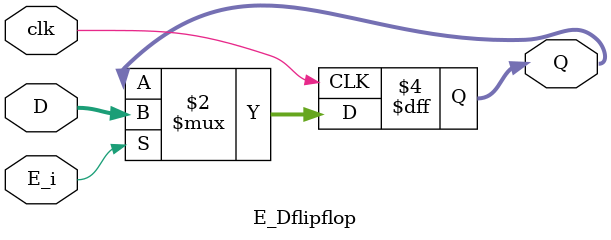
<source format=v>
module E_Dflipflop (
    input            E_i,
    input            clk,
    input      [3:0] D,
    output reg [3:0] Q
);

    always @(posedge clk) begin
        if (E_i) Q <= D;
    end
    
endmodule
</source>
